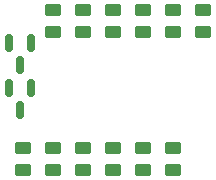
<source format=gbr>
%TF.GenerationSoftware,KiCad,Pcbnew,(6.0.2)*%
%TF.CreationDate,2023-02-28T22:47:18+08:00*%
%TF.ProjectId,OR_gate,4f525f67-6174-4652-9e6b-696361645f70,rev?*%
%TF.SameCoordinates,Original*%
%TF.FileFunction,Paste,Bot*%
%TF.FilePolarity,Positive*%
%FSLAX46Y46*%
G04 Gerber Fmt 4.6, Leading zero omitted, Abs format (unit mm)*
G04 Created by KiCad (PCBNEW (6.0.2)) date 2023-02-28 22:47:18*
%MOMM*%
%LPD*%
G01*
G04 APERTURE LIST*
G04 Aperture macros list*
%AMRoundRect*
0 Rectangle with rounded corners*
0 $1 Rounding radius*
0 $2 $3 $4 $5 $6 $7 $8 $9 X,Y pos of 4 corners*
0 Add a 4 corners polygon primitive as box body*
4,1,4,$2,$3,$4,$5,$6,$7,$8,$9,$2,$3,0*
0 Add four circle primitives for the rounded corners*
1,1,$1+$1,$2,$3*
1,1,$1+$1,$4,$5*
1,1,$1+$1,$6,$7*
1,1,$1+$1,$8,$9*
0 Add four rect primitives between the rounded corners*
20,1,$1+$1,$2,$3,$4,$5,0*
20,1,$1+$1,$4,$5,$6,$7,0*
20,1,$1+$1,$6,$7,$8,$9,0*
20,1,$1+$1,$8,$9,$2,$3,0*%
G04 Aperture macros list end*
%ADD10RoundRect,0.250000X-0.450000X0.262500X-0.450000X-0.262500X0.450000X-0.262500X0.450000X0.262500X0*%
%ADD11RoundRect,0.150000X-0.150000X0.587500X-0.150000X-0.587500X0.150000X-0.587500X0.150000X0.587500X0*%
%ADD12RoundRect,0.250000X0.450000X-0.262500X0.450000X0.262500X-0.450000X0.262500X-0.450000X-0.262500X0*%
G04 APERTURE END LIST*
D10*
%TO.C,R5*%
X71120000Y-45315500D03*
X71120000Y-47140500D03*
%TD*%
D11*
%TO.C,Q6*%
X64836000Y-51894500D03*
X66736000Y-51894500D03*
X65786000Y-53769500D03*
%TD*%
D12*
%TO.C,R3*%
X66040000Y-58824500D03*
X66040000Y-56999500D03*
%TD*%
%TO.C,R8*%
X78740000Y-58824500D03*
X78740000Y-56999500D03*
%TD*%
%TO.C,R12*%
X73660000Y-58824500D03*
X73660000Y-56999500D03*
%TD*%
D10*
%TO.C,R6*%
X81280000Y-45315500D03*
X81280000Y-47140500D03*
%TD*%
%TO.C,R1*%
X68580000Y-45315500D03*
X68580000Y-47140500D03*
%TD*%
D12*
%TO.C,R10*%
X71120000Y-58824500D03*
X71120000Y-56999500D03*
%TD*%
D11*
%TO.C,Q5*%
X64836000Y-48084500D03*
X66736000Y-48084500D03*
X65786000Y-49959500D03*
%TD*%
D12*
%TO.C,R7*%
X68580000Y-58824500D03*
X68580000Y-56999500D03*
%TD*%
D10*
%TO.C,R11*%
X76200000Y-45315500D03*
X76200000Y-47140500D03*
%TD*%
D12*
%TO.C,R4*%
X76200000Y-58824500D03*
X76200000Y-56999500D03*
%TD*%
D10*
%TO.C,R9*%
X73660000Y-45315500D03*
X73660000Y-47140500D03*
%TD*%
%TO.C,R2*%
X78740000Y-45315500D03*
X78740000Y-47140500D03*
%TD*%
M02*

</source>
